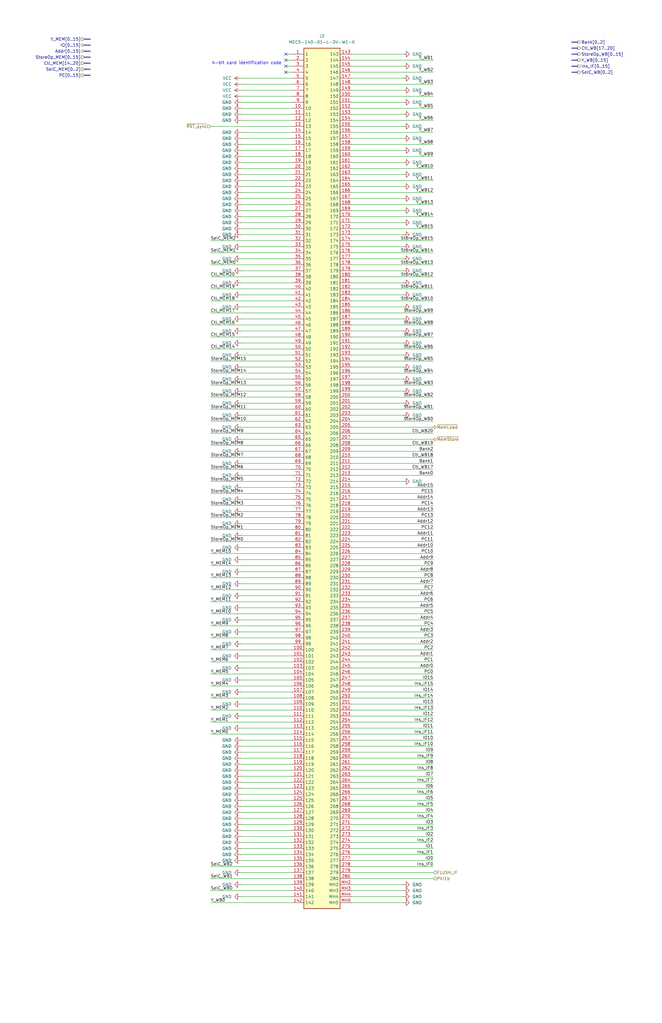
<source format=kicad_sch>
(kicad_sch (version 20250114) (generator "eeschema") (generator_version "9.0")
  (paper "USLedger" portrait)
  (title_block (date "2025-07-11") (rev "A"))
  (text "4-bit card identification code" (at 118.872 26.67 0) (effects (font (size 1.27 1.27)) (justify right)))
  (no_connect (at 120.65 22.86))
  (no_connect (at 120.65 25.4))
  (no_connect (at 120.65 30.48))
  (no_connect (at 120.65 27.94))
  (wire (pts (xy 182.88 276.86) (xy 148.59 276.86)))
  (wire (pts (xy 182.88 35.56) (xy 148.59 35.56)))
  (wire (pts (xy 88.9 218.44) (xy 123.19 218.44)))
  (wire (pts (xy 101.6 205.74) (xy 123.19 205.74)))
  (wire (pts (xy 88.9 177.8) (xy 123.19 177.8)))
  (bus (pts (xy 243.84 20.32) (xy 241.3 20.32)))
  (wire (pts (xy 182.88 157.48) (xy 148.59 157.48)))
  (wire (pts (xy 101.6 60.96) (xy 123.19 60.96)))
  (wire (pts (xy 88.9 238.76) (xy 123.19 238.76)))
  (wire (pts (xy 101.6 68.58) (xy 123.19 68.58)))
  (wire (pts (xy 182.88 185.42) (xy 148.59 185.42)))
  (wire (pts (xy 101.6 78.74) (xy 123.19 78.74)))
  (wire (pts (xy 101.6 307.34) (xy 123.19 307.34)))
  (wire (pts (xy 182.88 152.4) (xy 148.59 152.4)))
  (wire (pts (xy 101.6 40.64) (xy 123.19 40.64)))
  (wire (pts (xy 182.88 347.98) (xy 148.59 347.98)))
  (wire (pts (xy 182.88 360.68) (xy 148.59 360.68)))
  (wire (pts (xy 170.18 104.14) (xy 148.59 104.14)))
  (wire (pts (xy 120.65 30.48) (xy 123.19 30.48)))
  (wire (pts (xy 182.88 106.68) (xy 148.59 106.68)))
  (wire (pts (xy 182.88 96.52) (xy 148.59 96.52)))
  (wire (pts (xy 170.18 109.22) (xy 148.59 109.22)))
  (wire (pts (xy 182.88 322.58) (xy 148.59 322.58)))
  (wire (pts (xy 101.6 43.18) (xy 123.19 43.18)))
  (wire (pts (xy 170.18 33.02) (xy 148.59 33.02)))
  (wire (pts (xy 170.18 375.92) (xy 148.59 375.92)))
  (wire (pts (xy 182.88 304.8) (xy 148.59 304.8)))
  (wire (pts (xy 101.6 320.04) (xy 123.19 320.04)))
  (wire (pts (xy 182.88 314.96) (xy 148.59 314.96)))
  (wire (pts (xy 170.18 144.78) (xy 148.59 144.78)))
  (wire (pts (xy 101.6 335.28) (xy 123.19 335.28)))
  (wire (pts (xy 182.88 137.16) (xy 148.59 137.16)))
  (wire (pts (xy 182.88 200.66) (xy 148.59 200.66)))
  (wire (pts (xy 101.6 114.3) (xy 123.19 114.3)))
  (wire (pts (xy 101.6 200.66) (xy 123.19 200.66)))
  (bus (pts (xy 35.56 21.59) (xy 38.1 21.59)))
  (wire (pts (xy 101.6 325.12) (xy 123.19 325.12)))
  (wire (pts (xy 182.88 111.76) (xy 148.59 111.76)))
  (wire (pts (xy 182.88 368.3) (xy 148.59 368.3)))
  (wire (pts (xy 101.6 170.18) (xy 123.19 170.18)))
  (wire (pts (xy 170.18 58.42) (xy 148.59 58.42)))
  (wire (pts (xy 101.6 149.86) (xy 123.19 149.86)))
  (wire (pts (xy 182.88 213.36) (xy 148.59 213.36)))
  (wire (pts (xy 101.6 292.1) (xy 123.19 292.1)))
  (wire (pts (xy 170.18 83.82) (xy 148.59 83.82)))
  (wire (pts (xy 182.88 182.88) (xy 148.59 182.88)))
  (wire (pts (xy 182.88 309.88) (xy 148.59 309.88)))
  (wire (pts (xy 101.6 104.14) (xy 123.19 104.14)))
  (wire (pts (xy 182.88 187.96) (xy 148.59 187.96)))
  (wire (pts (xy 101.6 347.98) (xy 123.19 347.98)))
  (wire (pts (xy 101.6 48.26) (xy 123.19 48.26)))
  (wire (pts (xy 101.6 93.98) (xy 123.19 93.98)))
  (wire (pts (xy 182.88 81.28) (xy 148.59 81.28)))
  (wire (pts (xy 170.18 170.18) (xy 148.59 170.18)))
  (wire (pts (xy 182.88 251.46) (xy 148.59 251.46)))
  (wire (pts (xy 182.88 287.02) (xy 148.59 287.02)))
  (wire (pts (xy 101.6 210.82) (xy 123.19 210.82)))
  (wire (pts (xy 101.6 332.74) (xy 123.19 332.74)))
  (wire (pts (xy 88.9 147.32) (xy 123.19 147.32)))
  (wire (pts (xy 182.88 243.84) (xy 148.59 243.84)))
  (wire (pts (xy 170.18 99.06) (xy 148.59 99.06)))
  (wire (pts (xy 182.88 86.36) (xy 148.59 86.36)))
  (wire (pts (xy 101.6 368.3) (xy 123.19 368.3)))
  (wire (pts (xy 101.6 165.1) (xy 123.19 165.1)))
  (wire (pts (xy 101.6 96.52) (xy 123.19 96.52)))
  (wire (pts (xy 101.6 91.44) (xy 123.19 91.44)))
  (wire (pts (xy 182.88 353.06) (xy 148.59 353.06)))
  (wire (pts (xy 88.9 187.96) (xy 123.19 187.96)))
  (wire (pts (xy 88.9 53.34) (xy 123.19 53.34)))
  (wire (pts (xy 101.6 330.2) (xy 123.19 330.2)))
  (wire (pts (xy 101.6 287.02) (xy 123.19 287.02)))
  (wire (pts (xy 101.6 99.06) (xy 123.19 99.06)))
  (wire (pts (xy 170.18 149.86) (xy 148.59 149.86)))
  (wire (pts (xy 101.6 355.6) (xy 123.19 355.6)))
  (wire (pts (xy 88.9 203.2) (xy 123.19 203.2)))
  (wire (pts (xy 101.6 83.82) (xy 123.19 83.82)))
  (wire (pts (xy 101.6 302.26) (xy 123.19 302.26)))
  (wire (pts (xy 101.6 38.1) (xy 123.19 38.1)))
  (wire (pts (xy 101.6 353.06) (xy 123.19 353.06)))
  (wire (pts (xy 170.18 378.46) (xy 148.59 378.46)))
  (wire (pts (xy 101.6 119.38) (xy 123.19 119.38)))
  (wire (pts (xy 88.9 289.56) (xy 123.19 289.56)))
  (wire (pts (xy 182.88 363.22) (xy 148.59 363.22)))
  (bus (pts (xy 243.84 25.4) (xy 241.3 25.4)))
  (wire (pts (xy 101.6 86.36) (xy 123.19 86.36)))
  (wire (pts (xy 101.6 63.5) (xy 123.19 63.5)))
  (wire (pts (xy 170.18 119.38) (xy 148.59 119.38)))
  (wire (pts (xy 101.6 231.14) (xy 123.19 231.14)))
  (wire (pts (xy 88.9 106.68) (xy 123.19 106.68)))
  (wire (pts (xy 182.88 55.88) (xy 148.59 55.88)))
  (wire (pts (xy 101.6 360.68) (xy 123.19 360.68)))
  (wire (pts (xy 182.88 215.9) (xy 148.59 215.9)))
  (wire (pts (xy 182.88 246.38) (xy 148.59 246.38)))
  (wire (pts (xy 88.9 309.88) (xy 123.19 309.88)))
  (wire (pts (xy 88.9 274.32) (xy 123.19 274.32)))
  (wire (pts (xy 88.9 142.24) (xy 123.19 142.24)))
  (wire (pts (xy 88.9 381) (xy 123.19 381)))
  (wire (pts (xy 182.88 30.48) (xy 148.59 30.48)))
  (wire (pts (xy 182.88 266.7) (xy 148.59 266.7)))
  (wire (pts (xy 88.9 370.84) (xy 123.19 370.84)))
  (wire (pts (xy 182.88 307.34) (xy 148.59 307.34)))
  (wire (pts (xy 182.88 40.64) (xy 148.59 40.64)))
  (wire (pts (xy 182.88 358.14) (xy 148.59 358.14)))
  (wire (pts (xy 182.88 330.2) (xy 148.59 330.2)))
  (bus (pts (xy 35.56 24.13) (xy 38.1 24.13)))
  (wire (pts (xy 170.18 129.54) (xy 148.59 129.54)))
  (bus (pts (xy 35.56 26.67) (xy 38.1 26.67)))
  (wire (pts (xy 182.88 147.32) (xy 148.59 147.32)))
  (wire (pts (xy 170.18 48.26) (xy 148.59 48.26)))
  (wire (pts (xy 182.88 231.14) (xy 148.59 231.14)))
  (wire (pts (xy 101.6 246.38) (xy 123.19 246.38)))
  (wire (pts (xy 182.88 261.62) (xy 148.59 261.62)))
  (wire (pts (xy 88.9 304.8) (xy 123.19 304.8)))
  (wire (pts (xy 101.6 215.9) (xy 123.19 215.9)))
  (wire (pts (xy 170.18 160.02) (xy 148.59 160.02)))
  (wire (pts (xy 182.88 355.6) (xy 148.59 355.6)))
  (wire (pts (xy 170.18 203.2) (xy 148.59 203.2)))
  (wire (pts (xy 120.65 27.94) (xy 123.19 27.94)))
  (wire (pts (xy 88.9 152.4) (xy 123.19 152.4)))
  (wire (pts (xy 182.88 198.12) (xy 148.59 198.12)))
  (wire (pts (xy 101.6 144.78) (xy 123.19 144.78)))
  (wire (pts (xy 170.18 78.74) (xy 148.59 78.74)))
  (wire (pts (xy 182.88 340.36) (xy 148.59 340.36)))
  (bus (pts (xy 35.56 31.75) (xy 38.1 31.75)))
  (wire (pts (xy 170.18 175.26) (xy 148.59 175.26)))
  (wire (pts (xy 170.18 53.34) (xy 148.59 53.34)))
  (wire (pts (xy 88.9 299.72) (xy 123.19 299.72)))
  (wire (pts (xy 101.6 373.38) (xy 123.19 373.38)))
  (wire (pts (xy 182.88 289.56) (xy 148.59 289.56)))
  (wire (pts (xy 182.88 66.04) (xy 148.59 66.04)))
  (wire (pts (xy 182.88 180.34) (xy 148.59 180.34)))
  (wire (pts (xy 182.88 337.82) (xy 148.59 337.82)))
  (wire (pts (xy 182.88 236.22) (xy 148.59 236.22)))
  (wire (pts (xy 120.65 25.4) (xy 123.19 25.4)))
  (wire (pts (xy 182.88 294.64) (xy 148.59 294.64)))
  (wire (pts (xy 101.6 342.9) (xy 123.19 342.9)))
  (wire (pts (xy 182.88 345.44) (xy 148.59 345.44)))
  (wire (pts (xy 182.88 193.04) (xy 148.59 193.04)))
  (wire (pts (xy 182.88 320.04) (xy 148.59 320.04)))
  (bus (pts (xy 35.56 29.21) (xy 38.1 29.21)))
  (wire (pts (xy 101.6 190.5) (xy 123.19 190.5)))
  (wire (pts (xy 182.88 259.08) (xy 148.59 259.08)))
  (bus (pts (xy 35.56 16.51) (xy 38.1 16.51)))
  (wire (pts (xy 101.6 327.66) (xy 123.19 327.66)))
  (wire (pts (xy 170.18 63.5) (xy 148.59 63.5)))
  (wire (pts (xy 88.9 365.76) (xy 123.19 365.76)))
  (wire (pts (xy 182.88 281.94) (xy 148.59 281.94)))
  (wire (pts (xy 170.18 43.18) (xy 148.59 43.18)))
  (wire (pts (xy 182.88 101.6) (xy 148.59 101.6)))
  (wire (pts (xy 101.6 33.02) (xy 123.19 33.02)))
  (wire (pts (xy 101.6 160.02) (xy 123.19 160.02)))
  (wire (pts (xy 101.6 256.54) (xy 123.19 256.54)))
  (wire (pts (xy 88.9 259.08) (xy 123.19 259.08)))
  (wire (pts (xy 170.18 73.66) (xy 148.59 73.66)))
  (wire (pts (xy 182.88 162.56) (xy 148.59 162.56)))
  (wire (pts (xy 88.9 172.72) (xy 123.19 172.72)))
  (wire (pts (xy 101.6 363.22) (xy 123.19 363.22)))
  (wire (pts (xy 182.88 238.76) (xy 148.59 238.76)))
  (wire (pts (xy 182.88 350.52) (xy 148.59 350.52)))
  (wire (pts (xy 182.88 370.84) (xy 148.59 370.84)))
  (wire (pts (xy 182.88 332.74) (xy 148.59 332.74)))
  (wire (pts (xy 170.18 134.62) (xy 148.59 134.62)))
  (bus (pts (xy 243.84 30.48) (xy 241.3 30.48)))
  (wire (pts (xy 182.88 50.8) (xy 148.59 50.8)))
  (bus (pts (xy 243.84 17.78) (xy 241.3 17.78)))
  (wire (pts (xy 88.9 284.48) (xy 123.19 284.48)))
  (wire (pts (xy 88.9 294.64) (xy 123.19 294.64)))
  (wire (pts (xy 88.9 157.48) (xy 123.19 157.48)))
  (bus (pts (xy 35.56 19.05) (xy 38.1 19.05)))
  (wire (pts (xy 101.6 88.9) (xy 123.19 88.9)))
  (wire (pts (xy 182.88 269.24) (xy 148.59 269.24)))
  (wire (pts (xy 182.88 317.5) (xy 148.59 317.5)))
  (wire (pts (xy 182.88 127) (xy 148.59 127)))
  (wire (pts (xy 170.18 22.86) (xy 148.59 22.86)))
  (wire (pts (xy 88.9 162.56) (xy 123.19 162.56)))
  (wire (pts (xy 88.9 279.4) (xy 123.19 279.4)))
  (wire (pts (xy 170.18 68.58) (xy 148.59 68.58)))
  (wire (pts (xy 182.88 342.9) (xy 148.59 342.9)))
  (wire (pts (xy 88.9 233.68) (xy 123.19 233.68)))
  (wire (pts (xy 182.88 312.42) (xy 148.59 312.42)))
  (wire (pts (xy 182.88 254) (xy 148.59 254)))
  (wire (pts (xy 170.18 124.46) (xy 148.59 124.46)))
  (wire (pts (xy 88.9 193.04) (xy 123.19 193.04)))
  (wire (pts (xy 182.88 91.44) (xy 148.59 91.44)))
  (wire (pts (xy 182.88 223.52) (xy 148.59 223.52)))
  (wire (pts (xy 182.88 279.4) (xy 148.59 279.4)))
  (wire (pts (xy 101.6 109.22) (xy 123.19 109.22)))
  (wire (pts (xy 170.18 165.1) (xy 148.59 165.1)))
  (wire (pts (xy 182.88 297.18) (xy 148.59 297.18)))
  (wire (pts (xy 88.9 248.92) (xy 123.19 248.92)))
  (wire (pts (xy 182.88 142.24) (xy 148.59 142.24)))
  (wire (pts (xy 88.9 132.08) (xy 123.19 132.08)))
  (wire (pts (xy 101.6 139.7) (xy 123.19 139.7)))
  (wire (pts (xy 182.88 248.92) (xy 148.59 248.92)))
  (wire (pts (xy 101.6 45.72) (xy 123.19 45.72)))
  (wire (pts (xy 101.6 345.44) (xy 123.19 345.44)))
  (wire (pts (xy 88.9 116.84) (xy 123.19 116.84)))
  (wire (pts (xy 170.18 114.3) (xy 148.59 114.3)))
  (wire (pts (xy 101.6 175.26) (xy 123.19 175.26)))
  (wire (pts (xy 101.6 251.46) (xy 123.19 251.46)))
  (wire (pts (xy 101.6 358.14) (xy 123.19 358.14)))
  (wire (pts (xy 182.88 190.5) (xy 148.59 190.5)))
  (wire (pts (xy 101.6 76.2) (xy 123.19 76.2)))
  (wire (pts (xy 101.6 66.04) (xy 123.19 66.04)))
  (bus (pts (xy 243.84 22.86) (xy 241.3 22.86)))
  (wire (pts (xy 101.6 276.86) (xy 123.19 276.86)))
  (wire (pts (xy 182.88 208.28) (xy 148.59 208.28)))
  (wire (pts (xy 182.88 335.28) (xy 148.59 335.28)))
  (wire (pts (xy 182.88 365.76) (xy 148.59 365.76)))
  (wire (pts (xy 88.9 243.84) (xy 123.19 243.84)))
  (wire (pts (xy 101.6 154.94) (xy 123.19 154.94)))
  (wire (pts (xy 182.88 284.48) (xy 148.59 284.48)))
  (wire (pts (xy 101.6 271.78) (xy 123.19 271.78)))
  (wire (pts (xy 182.88 256.54) (xy 148.59 256.54)))
  (wire (pts (xy 88.9 137.16) (xy 123.19 137.16)))
  (wire (pts (xy 101.6 266.7) (xy 123.19 266.7)))
  (wire (pts (xy 182.88 327.66) (xy 148.59 327.66)))
  (wire (pts (xy 88.9 213.36) (xy 123.19 213.36)))
  (wire (pts (xy 101.6 71.12) (xy 123.19 71.12)))
  (wire (pts (xy 101.6 337.82) (xy 123.19 337.82)))
  (wire (pts (xy 182.88 76.2) (xy 148.59 76.2)))
  (wire (pts (xy 182.88 228.6) (xy 148.59 228.6)))
  (wire (pts (xy 88.9 167.64) (xy 123.19 167.64)))
  (wire (pts (xy 182.88 121.92) (xy 148.59 121.92)))
  (wire (pts (xy 88.9 182.88) (xy 123.19 182.88)))
  (wire (pts (xy 170.18 373.38) (xy 148.59 373.38)))
  (wire (pts (xy 88.9 198.12) (xy 123.19 198.12)))
  (wire (pts (xy 170.18 27.94) (xy 148.59 27.94)))
  (wire (pts (xy 101.6 124.46) (xy 123.19 124.46)))
  (wire (pts (xy 182.88 45.72) (xy 148.59 45.72)))
  (wire (pts (xy 182.88 271.78) (xy 148.59 271.78)))
  (wire (pts (xy 101.6 317.5) (xy 123.19 317.5)))
  (wire (pts (xy 182.88 71.12) (xy 148.59 71.12)))
  (wire (pts (xy 170.18 154.94) (xy 148.59 154.94)))
  (wire (pts (xy 101.6 378.46) (xy 123.19 378.46)))
  (wire (pts (xy 182.88 132.08) (xy 148.59 132.08)))
  (wire (pts (xy 182.88 210.82) (xy 148.59 210.82)))
  (wire (pts (xy 182.88 233.68) (xy 148.59 233.68)))
  (wire (pts (xy 88.9 121.92) (xy 123.19 121.92)))
  (wire (pts (xy 101.6 322.58) (xy 123.19 322.58)))
  (wire (pts (xy 101.6 185.42) (xy 123.19 185.42)))
  (wire (pts (xy 182.88 116.84) (xy 148.59 116.84)))
  (wire (pts (xy 101.6 281.94) (xy 123.19 281.94)))
  (wire (pts (xy 170.18 93.98) (xy 148.59 93.98)))
  (wire (pts (xy 182.88 299.72) (xy 148.59 299.72)))
  (wire (pts (xy 101.6 297.18) (xy 123.19 297.18)))
  (wire (pts (xy 170.18 88.9) (xy 148.59 88.9)))
  (wire (pts (xy 182.88 218.44) (xy 148.59 218.44)))
  (wire (pts (xy 101.6 241.3) (xy 123.19 241.3)))
  (wire (pts (xy 88.9 228.6) (xy 123.19 228.6)))
  (wire (pts (xy 182.88 177.8) (xy 148.59 177.8)))
  (wire (pts (xy 88.9 101.6) (xy 123.19 101.6)))
  (wire (pts (xy 182.88 264.16) (xy 148.59 264.16)))
  (wire (pts (xy 182.88 325.12) (xy 148.59 325.12)))
  (wire (pts (xy 101.6 314.96) (xy 123.19 314.96)))
  (wire (pts (xy 101.6 312.42) (xy 123.19 312.42)))
  (wire (pts (xy 101.6 50.8) (xy 123.19 50.8)))
  (wire (pts (xy 182.88 60.96) (xy 148.59 60.96)))
  (wire (pts (xy 182.88 220.98) (xy 148.59 220.98)))
  (wire (pts (xy 101.6 350.52) (xy 123.19 350.52)))
  (wire (pts (xy 88.9 127) (xy 123.19 127)))
  (wire (pts (xy 88.9 111.76) (xy 123.19 111.76)))
  (wire (pts (xy 101.6 129.54) (xy 123.19 129.54)))
  (wire (pts (xy 101.6 58.42) (xy 123.19 58.42)))
  (wire (pts (xy 182.88 172.72) (xy 148.59 172.72)))
  (wire (pts (xy 101.6 226.06) (xy 123.19 226.06)))
  (wire (pts (xy 170.18 381) (xy 148.59 381)))
  (wire (pts (xy 170.18 38.1) (xy 148.59 38.1)))
  (wire (pts (xy 182.88 302.26) (xy 148.59 302.26)))
  (wire (pts (xy 88.9 208.28) (xy 123.19 208.28)))
  (wire (pts (xy 120.65 22.86) (xy 123.19 22.86)))
  (wire (pts (xy 101.6 81.28) (xy 123.19 81.28)))
  (wire (pts (xy 182.88 195.58) (xy 148.59 195.58)))
  (wire (pts (xy 101.6 340.36) (xy 123.19 340.36)))
  (wire (pts (xy 182.88 241.3) (xy 148.59 241.3)))
  (wire (pts (xy 182.88 274.32) (xy 148.59 274.32)))
  (wire (pts (xy 182.88 226.06) (xy 148.59 226.06)))
  (wire (pts (xy 182.88 292.1) (xy 148.59 292.1)))
  (wire (pts (xy 101.6 55.88) (xy 123.19 55.88)))
  (wire (pts (xy 101.6 35.56) (xy 123.19 35.56)))
  (wire (pts (xy 170.18 139.7) (xy 148.59 139.7)))
  (wire (pts (xy 101.6 261.62) (xy 123.19 261.62)))
  (wire (pts (xy 101.6 73.66) (xy 123.19 73.66)))
  (wire (pts (xy 101.6 195.58) (xy 123.19 195.58)))
  (wire (pts (xy 88.9 264.16) (xy 123.19 264.16)))
  (wire (pts (xy 88.9 254) (xy 123.19 254)))
  (wire (pts (xy 182.88 205.74) (xy 148.59 205.74)))
  (wire (pts (xy 101.6 236.22) (xy 123.19 236.22)))
  (wire (pts (xy 88.9 375.92) (xy 123.19 375.92)))
  (wire (pts (xy 101.6 134.62) (xy 123.19 134.62)))
  (bus (pts (xy 243.84 27.94) (xy 241.3 27.94)))
  (wire (pts (xy 182.88 25.4) (xy 148.59 25.4)))
  (wire (pts (xy 88.9 223.52) (xy 123.19 223.52)))
  (wire (pts (xy 101.6 220.98) (xy 123.19 220.98)))
  (wire (pts (xy 182.88 167.64) (xy 148.59 167.64)))
  (wire (pts (xy 88.9 269.24) (xy 123.19 269.24)))
  (wire (pts (xy 101.6 180.34) (xy 123.19 180.34)))
  (label "StoreOp_MEM11" (at 88.9 172.72 0))
  (label "StoreOp_MEM15" (at 88.9 152.4 0))
  (label "Ctl_WB20" (at 182.88 182.88 180))
  (label "Y_WB9" (at 182.88 66.04 180))
  (label "Y_WB8" (at 182.88 60.96 180))
  (label "Y_WB15" (at 182.88 96.52 180))
  (label "StoreOp_WB4" (at 182.88 157.48 180))
  (label "Y_MEM8" (at 88.9 269.24 0))
  (label "StoreOp_MEM1" (at 88.9 223.52 0))
  (label "PC3" (at 182.88 269.24 180))
  (label "StoreOp_WB3" (at 182.88 162.56 180))
  (label "Addr8" (at 182.88 241.3 180))
  (label "Ins_IF13" (at 182.88 299.72 180))
  (label "Addr13" (at 182.88 215.9 180))
  (label "Addr14" (at 182.88 210.82 180))
  (label "Ins_IF11" (at 182.88 309.88 180))
  (label "Ins_IF2" (at 182.88 355.6 180))
  (label "StoreOp_WB12" (at 182.88 116.84 180))
  (label "Addr6" (at 182.88 251.46 180))
  (label "Y_MEM6" (at 88.9 279.4 0))
  (label "StoreOp_WB5" (at 182.88 152.4 180))
  (label "Bank2" (at 182.88 190.5 180))
  (label "Ctl_WB17" (at 182.88 198.12 180))
  (label "IO2" (at 182.88 353.06 180))
  (label "IO0" (at 182.88 363.22 180))
  (label "PC8" (at 182.88 243.84 180))
  (label "StoreOp_MEM3" (at 88.9 213.36 0))
  (label "IO3" (at 182.88 347.98 180))
  (label "Ins_IF9" (at 182.88 320.04 180))
  (label "IO1" (at 182.88 358.14 180))
  (label "IO10" (at 182.88 312.42 180))
  (label "Ins_IF5" (at 182.88 340.36 180))
  (label "StoreOp_MEM0" (at 88.9 228.6 0))
  (label "StoreOp_WB11" (at 182.88 121.92 180))
  (label "IO8" (at 182.88 322.58 180))
  (label "StoreOp_MEM5" (at 88.9 203.2 0))
  (label "Y_WB1" (at 182.88 25.4 180))
  (label "StoreOp_MEM10" (at 88.9 177.8 0))
  (label "Ctl_MEM14" (at 88.9 147.32 0))
  (label "StoreOp_MEM4" (at 88.9 208.28 0))
  (label "Y_WB6" (at 182.88 50.8 180))
  (label "StoreOp_WB1" (at 182.88 172.72 180))
  (label "SelC_MEM0" (at 88.9 111.76 0))
  (label "IO12" (at 182.88 302.26 180))
  (label "StoreOp_MEM2" (at 88.9 218.44 0))
  (label "SelC_MEM2" (at 88.9 101.6 0))
  (label "Addr7" (at 182.88 246.38 180))
  (label "PC12" (at 182.88 223.52 180))
  (label "PC1" (at 182.88 279.4 180))
  (label "Y_WB5" (at 182.88 45.72 180))
  (label "Y_WB4" (at 182.88 40.64 180))
  (label "PC2" (at 182.88 274.32 180))
  (label "Y_MEM7" (at 88.9 274.32 0))
  (label "Addr12" (at 182.88 220.98 180))
  (label "Ins_IF7" (at 182.88 330.2 180))
  (label "Y_WB12" (at 182.88 81.28 180))
  (label "IO9" (at 182.88 317.5 180))
  (label "Y_WB10" (at 182.88 71.12 180))
  (label "Y_WB0" (at 88.9 381 0))
  (label "PC13" (at 182.88 218.44 180))
  (label "PC10" (at 182.88 233.68 180))
  (label "Y_MEM1" (at 88.9 304.8 0))
  (label "StoreOp_WB6" (at 182.88 147.32 180))
  (label "Addr5" (at 182.88 256.54 180))
  (label "Y_MEM3" (at 88.9 294.64 0))
  (label "Y_MEM15" (at 88.9 233.68 0))
  (label "PC7" (at 182.88 248.92 180))
  (label "Ctl_MEM20" (at 88.9 116.84 0))
  (label "Ins_IF14" (at 182.88 294.64 180))
  (label "Addr3" (at 182.88 266.7 180))
  (label "Ins_IF0" (at 182.88 365.76 180))
  (label "Addr11" (at 182.88 226.06 180))
  (label "Y_MEM10" (at 88.9 259.08 0))
  (label "Bank1" (at 182.88 195.58 180))
  (label "StoreOp_WB8" (at 182.88 137.16 180))
  (label "IO6" (at 182.88 332.74 180))
  (label "Y_MEM13" (at 88.9 243.84 0))
  (label "Y_WB14" (at 182.88 91.44 180))
  (label "Ctl_MEM16" (at 88.9 137.16 0))
  (label "Addr2" (at 182.88 271.78 180))
  (label "Ctl_MEM18" (at 88.9 127 0))
  (label "PC4" (at 182.88 264.16 180))
  (label "StoreOp_MEM9" (at 88.9 182.88 0))
  (label "StoreOp_MEM6" (at 88.9 198.12 0))
  (label "StoreOp_WB13" (at 182.88 111.76 180))
  (label "StoreOp_WB2" (at 182.88 167.64 180))
  (label "Y_WB2" (at 182.88 30.48 180))
  (label "Ins_IF15" (at 182.88 289.56 180))
  (label "StoreOp_WB7" (at 182.88 142.24 180))
  (label "IO11" (at 182.88 307.34 180))
  (label "StoreOp_MEM8" (at 88.9 187.96 0))
  (label "Y_WB3" (at 182.88 35.56 180))
  (label "StoreOp_WB15" (at 182.88 101.6 180))
  (label "PC0" (at 182.88 284.48 180))
  (label "Addr1" (at 182.88 276.86 180))
  (label "Y_WB7" (at 182.88 55.88 180))
  (label "Addr4" (at 182.88 261.62 180))
  (label "Ctl_MEM19" (at 88.9 121.92 0))
  (label "Ctl_MEM17" (at 88.9 132.08 0))
  (label "Y_WB11" (at 182.88 76.2 180))
  (label "Y_MEM2" (at 88.9 299.72 0))
  (label "Addr10" (at 182.88 231.14 180))
  (label "IO5" (at 182.88 337.82 180))
  (label "Bank0" (at 182.88 200.66 180))
  (label "Ins_IF4" (at 182.88 345.44 180))
  (label "Ins_IF8" (at 182.88 325.12 180))
  (label "StoreOp_MEM12" (at 88.9 167.64 0))
  (label "Y_MEM9" (at 88.9 264.16 0))
  (label "StoreOp_WB10" (at 182.88 127 180))
  (label "Y_MEM0" (at 88.9 309.88 0))
  (label "IO4" (at 182.88 342.9 180))
  (label "IO7" (at 182.88 327.66 180))
  (label "StoreOp_WB0" (at 182.88 177.8 180))
  (label "Y_MEM14" (at 88.9 238.76 0))
  (label "StoreOp_MEM14" (at 88.9 157.48 0))
  (label "Y_MEM5" (at 88.9 284.48 0))
  (label "Addr0" (at 182.88 281.94 180))
  (label "Addr15" (at 182.88 205.74 180))
  (label "Y_MEM4" (at 88.9 289.56 0))
  (label "Ctl_WB18" (at 182.88 193.04 180))
  (label "IO15" (at 182.88 287.02 180))
  (label "PC6" (at 182.88 254 180))
  (label "Y_WB13" (at 182.88 86.36 180))
  (label "SelC_WB2" (at 88.9 365.76 0))
  (label "Ins_IF10" (at 182.88 314.96 180))
  (label "StoreOp_MEM7" (at 88.9 193.04 0))
  (label "StoreOp_WB14" (at 182.88 106.68 180))
  (label "Y_MEM12" (at 88.9 248.92 0))
  (label "Ctl_WB19" (at 182.88 187.96 180))
  (label "PC5" (at 182.88 259.08 180))
  (label "Ins_IF1" (at 182.88 360.68 180))
  (label "StoreOp_WB9" (at 182.88 132.08 180))
  (label "PC11" (at 182.88 228.6 180))
  (label "Y_MEM11" (at 88.9 254 0))
  (label "Ctl_MEM15" (at 88.9 142.24 0))
  (label "SelC_MEM1" (at 88.9 106.68 0))
  (label "PC9" (at 182.88 238.76 180))
  (label "PC14" (at 182.88 213.36 180))
  (label "StoreOp_MEM13" (at 88.9 162.56 0))
  (label "Addr9" (at 182.88 236.22 180))
  (label "SelC_WB0" (at 88.9 375.92 0))
  (label "PC15" (at 182.88 208.28 180))
  (label "Ins_IF12" (at 182.88 304.8 180))
  (label "IO13" (at 182.88 297.18 180))
  (label "IO14" (at 182.88 292.1 180))
  (label "SelC_WB1" (at 88.9 370.84 0))
  (label "Ins_IF3" (at 182.88 350.52 180))
  (label "Ins_IF6" (at 182.88 335.28 180))
  (hierarchical_label "Ins_IF[0..15]" (shape output) (at 243.84 27.94 0))
  (hierarchical_label "StoreOp_MEM[0..15]" (shape input) (at 35.56 24.13 180))
  (hierarchical_label "StoreOp_WB[0..15]" (shape output) (at 243.84 22.86 0))
  (hierarchical_label "Phi1b" (shape input) (at 182.88 370.84 0))
  (hierarchical_label "PC[0..15]" (shape input) (at 35.56 31.75 180))
  (hierarchical_label "Bank[0..2]" (shape output) (at 243.84 17.78 0))
  (hierarchical_label "SelC_WB[0..2]" (shape output) (at 243.84 30.48 0))
  (hierarchical_label "Ctl_WB[17..20]" (shape output) (at 243.84 20.32 0))
  (hierarchical_label "~{MemLoad}" (shape tri_state) (at 182.88 180.34 0))
  (hierarchical_label "IO[0..15]" (shape tri_state) (at 35.56 19.05 180))
  (hierarchical_label "Y_MEM[0..15]" (shape input) (at 35.56 16.51 180))
  (hierarchical_label "Addr[0..15]" (shape tri_state) (at 35.56 21.59 180))
  (hierarchical_label "~{RST_sync}" (shape input) (at 88.9 53.34 180))
  (hierarchical_label "Ctl_MEM[14..20]" (shape input) (at 35.56 26.67 180))
  (hierarchical_label "Y_WB[0..15]" (shape output) (at 243.84 25.4 0))
  (hierarchical_label "~{MemStore}" (shape tri_state) (at 182.88 185.42 0))
  (hierarchical_label "FLUSH_IF" (shape input) (at 182.88 368.3 0))
  (hierarchical_label "SelC_MEM[0..2]" (shape input) (at 35.56 29.21 180))
  (symbol (lib_id "power:GND") (at 101.6 114.3 270) (unit 1)
    (property "Reference" "#PWR0562" (effects (hide yes)))
    (property "Value" "GND" (at 97.79 114.2999 90) (effects (justify right)))
    (property "Description" "Power symbol creates a global label with name \"GND\" , ground" (effects (hide yes)))
  )
  (symbol (lib_id "power:GND") (at 101.6 71.12 270) (unit 1)
    (property "Reference" "#PWR0626" (effects (hide yes)))
    (property "Value" "GND" (at 97.79 71.1199 90) (effects (justify right)))
    (property "Description" "Power symbol creates a global label with name \"GND\" , ground" (effects (hide yes)))
  )
  (symbol (lib_id "power:GND") (at 101.6 210.82 270) (unit 1)
    (property "Reference" "#PWR0581" (effects (hide yes)))
    (property "Value" "GND" (at 97.79 210.8199 90) (effects (justify right)))
    (property "Description" "Power symbol creates a global label with name \"GND\" , ground" (effects (hide yes)))
  )
  (symbol (lib_id "power:GND") (at 101.6 215.9 270) (unit 1)
    (property "Reference" "#PWR0582" (effects (hide yes)))
    (property "Value" "GND" (at 97.79 215.8999 90) (effects (justify right)))
    (property "Description" "Power symbol creates a global label with name \"GND\" , ground" (effects (hide yes)))
  )
  (symbol (lib_id "power:GND") (at 101.6 200.66 270) (unit 1)
    (property "Reference" "#PWR0579" (effects (hide yes)))
    (property "Value" "GND" (at 97.79 200.6599 90) (effects (justify right)))
    (property "Description" "Power symbol creates a global label with name \"GND\" , ground" (effects (hide yes)))
  )
  (symbol (lib_id "power:GND") (at 101.6 91.44 270) (unit 1)
    (property "Reference" "#PWR0634" (effects (hide yes)))
    (property "Value" "GND" (at 97.79 91.4399 90) (effects (justify right)))
    (property "Description" "Power symbol creates a global label with name \"GND\" , ground" (effects (hide yes)))
  )
  (symbol (lib_id "power:GND") (at 170.18 99.06 90) (mirror x) (unit 1)
    (property "Reference" "#PWR0542" (effects (hide yes)))
    (property "Value" "GND" (at 173.99 99.0599 90) (effects (justify right)))
    (property "Description" "Power symbol creates a global label with name \"GND\" , ground" (effects (hide yes)))
  )
  (symbol (lib_id "power:GND") (at 101.6 149.86 270) (unit 1)
    (property "Reference" "#PWR0569" (effects (hide yes)))
    (property "Value" "GND" (at 97.79 149.8599 90) (effects (justify right)))
    (property "Description" "Power symbol creates a global label with name \"GND\" , ground" (effects (hide yes)))
  )
  (symbol (lib_id "power:GND") (at 101.6 185.42 270) (unit 1)
    (property "Reference" "#PWR0576" (effects (hide yes)))
    (property "Value" "GND" (at 97.79 185.4199 90) (effects (justify right)))
    (property "Description" "Power symbol creates a global label with name \"GND\" , ground" (effects (hide yes)))
  )
  (symbol (lib_id "power:GND") (at 101.6 320.04 270) (unit 1)
    (property "Reference" "#PWR0616" (effects (hide yes)))
    (property "Value" "GND" (at 97.79 320.0399 90) (effects (justify right)))
    (property "Description" "Power symbol creates a global label with name \"GND\" , ground" (effects (hide yes)))
  )
  (symbol (lib_id "power:GND") (at 101.6 109.22 270) (unit 1)
    (property "Reference" "#PWR0561" (effects (hide yes)))
    (property "Value" "GND" (at 97.79 109.2199 90) (effects (justify right)))
    (property "Description" "Power symbol creates a global label with name \"GND\" , ground" (effects (hide yes)))
  )
  (symbol (lib_id "power:GND") (at 170.18 58.42 90) (mirror x) (unit 1)
    (property "Reference" "#PWR0532" (effects (hide yes)))
    (property "Value" "GND" (at 173.99 58.4199 90) (effects (justify right)))
    (property "Description" "Power symbol creates a global label with name \"GND\" , ground" (effects (hide yes)))
  )
  (symbol (lib_id "power:GND") (at 170.18 381 90) (mirror x) (unit 1)
    (property "Reference" "#PWR0538" (effects (hide yes)))
    (property "Value" "GND" (at 173.99 380.9999 90) (effects (justify right)))
    (property "Description" "Power symbol creates a global label with name \"GND\" , ground" (effects (hide yes)))
  )
  (symbol (lib_id "power:GND") (at 101.6 335.28 270) (unit 1)
    (property "Reference" "#PWR0619" (effects (hide yes)))
    (property "Value" "GND" (at 97.79 335.2799 90) (effects (justify right)))
    (property "Description" "Power symbol creates a global label with name \"GND\" , ground" (effects (hide yes)))
  )
  (symbol (lib_id "power:GND") (at 101.6 134.62 270) (unit 1)
    (property "Reference" "#PWR0566" (effects (hide yes)))
    (property "Value" "GND" (at 97.79 134.6199 90) (effects (justify right)))
    (property "Description" "Power symbol creates a global label with name \"GND\" , ground" (effects (hide yes)))
  )
  (symbol (lib_id "power:GND") (at 170.18 373.38 90) (mirror x) (unit 1)
    (property "Reference" "#PWR057" (effects (hide yes)))
    (property "Value" "GND" (at 173.99 373.3799 90) (effects (justify right)))
    (property "Description" "Power symbol creates a global label with name \"GND\" , ground" (effects (hide yes)))
  )
  (symbol (lib_id "power:GND") (at 101.6 256.54 270) (unit 1)
    (property "Reference" "#PWR0590" (effects (hide yes)))
    (property "Value" "GND" (at 97.79 256.5399 90) (effects (justify right)))
    (property "Description" "Power symbol creates a global label with name \"GND\" , ground" (effects (hide yes)))
  )
  (symbol (lib_id "power:GND") (at 101.6 190.5 270) (unit 1)
    (property "Reference" "#PWR0577" (effects (hide yes)))
    (property "Value" "GND" (at 97.79 190.4999 90) (effects (justify right)))
    (property "Description" "Power symbol creates a global label with name \"GND\" , ground" (effects (hide yes)))
  )
  (symbol (lib_id "power:GND") (at 101.6 287.02 270) (unit 1)
    (property "Reference" "#PWR0596" (effects (hide yes)))
    (property "Value" "GND" (at 97.79 287.0199 90) (effects (justify right)))
    (property "Description" "Power symbol creates a global label with name \"GND\" , ground" (effects (hide yes)))
  )
  (symbol (lib_id "power:GND") (at 101.6 345.44 270) (unit 1)
    (property "Reference" "#PWR0621" (effects (hide yes)))
    (property "Value" "GND" (at 97.79 345.4399 90) (effects (justify right)))
    (property "Description" "Power symbol creates a global label with name \"GND\" , ground" (effects (hide yes)))
  )
  (symbol (lib_id "power:GND") (at 101.6 342.9 270) (unit 1)
    (property "Reference" "#PWR0607" (effects (hide yes)))
    (property "Value" "GND" (at 97.79 342.8999 90) (effects (justify right)))
    (property "Description" "Power symbol creates a global label with name \"GND\" , ground" (effects (hide yes)))
  )
  (symbol (lib_id "power:GND") (at 101.6 99.06 270) (unit 1)
    (property "Reference" "#PWR0559" (effects (hide yes)))
    (property "Value" "GND" (at 97.79 99.0599 90) (effects (justify right)))
    (property "Description" "Power symbol creates a global label with name \"GND\" , ground" (effects (hide yes)))
  )
  (symbol (lib_id "power:GND") (at 170.18 43.18 90) (mirror x) (unit 1)
    (property "Reference" "#PWR0529" (effects (hide yes)))
    (property "Value" "GND" (at 173.99 43.1799 90) (effects (justify right)))
    (property "Description" "Power symbol creates a global label with name \"GND\" , ground" (effects (hide yes)))
  )
  (symbol (lib_id "power:GND") (at 101.6 104.14 270) (unit 1)
    (property "Reference" "#PWR0560" (effects (hide yes)))
    (property "Value" "GND" (at 97.79 104.1399 90) (effects (justify right)))
    (property "Description" "Power symbol creates a global label with name \"GND\" , ground" (effects (hide yes)))
  )
  (symbol (lib_id "power:GND") (at 170.18 53.34 90) (mirror x) (unit 1)
    (property "Reference" "#PWR0531" (effects (hide yes)))
    (property "Value" "GND" (at 173.99 53.3399 90) (effects (justify right)))
    (property "Description" "Power symbol creates a global label with name \"GND\" , ground" (effects (hide yes)))
  )
  (symbol (lib_id "power:GND") (at 101.6 340.36 270) (unit 1)
    (property "Reference" "#PWR0620" (effects (hide yes)))
    (property "Value" "GND" (at 97.79 340.3599 90) (effects (justify right)))
    (property "Description" "Power symbol creates a global label with name \"GND\" , ground" (effects (hide yes)))
  )
  (symbol (lib_id "power:GND") (at 170.18 93.98 90) (mirror x) (unit 1)
    (property "Reference" "#PWR0541" (effects (hide yes)))
    (property "Value" "GND" (at 173.99 93.9799 90) (effects (justify right)))
    (property "Description" "Power symbol creates a global label with name \"GND\" , ground" (effects (hide yes)))
  )
  (symbol (lib_id "power:GND") (at 170.18 154.94 90) (mirror x) (unit 1)
    (property "Reference" "#PWR0553" (effects (hide yes)))
    (property "Value" "GND" (at 173.99 154.9399 90) (effects (justify right)))
    (property "Description" "Power symbol creates a global label with name \"GND\" , ground" (effects (hide yes)))
  )
  (symbol (lib_id "power:GND") (at 170.18 104.14 90) (mirror x) (unit 1)
    (property "Reference" "#PWR0543" (effects (hide yes)))
    (property "Value" "GND" (at 173.99 104.1399 90) (effects (justify right)))
    (property "Description" "Power symbol creates a global label with name \"GND\" , ground" (effects (hide yes)))
  )
  (symbol (lib_id "power:GND") (at 101.6 251.46 270) (unit 1)
    (property "Reference" "#PWR0589" (effects (hide yes)))
    (property "Value" "GND" (at 97.79 251.4599 90) (effects (justify right)))
    (property "Description" "Power symbol creates a global label with name \"GND\" , ground" (effects (hide yes)))
  )
  (symbol (lib_id "power:GND") (at 101.6 175.26 270) (unit 1)
    (property "Reference" "#PWR0574" (effects (hide yes)))
    (property "Value" "GND" (at 97.79 175.2599 90) (effects (justify right)))
    (property "Description" "Power symbol creates a global label with name \"GND\" , ground" (effects (hide yes)))
  )
  (symbol (lib_id "power:GND") (at 101.6 124.46 270) (unit 1)
    (property "Reference" "#PWR0564" (effects (hide yes)))
    (property "Value" "GND" (at 97.79 124.4599 90) (effects (justify right)))
    (property "Description" "Power symbol creates a global label with name \"GND\" , ground" (effects (hide yes)))
  )
  (symbol (lib_id "power:GND") (at 101.6 355.6 270) (unit 1)
    (property "Reference" "#PWR0623" (effects (hide yes)))
    (property "Value" "GND" (at 97.79 355.5999 90) (effects (justify right)))
    (property "Description" "Power symbol creates a global label with name \"GND\" , ground" (effects (hide yes)))
  )
  (symbol (lib_id "power:GND") (at 170.18 139.7 90) (mirror x) (unit 1)
    (property "Reference" "#PWR0550" (effects (hide yes)))
    (property "Value" "GND" (at 173.99 139.6999 90) (effects (justify right)))
    (property "Description" "Power symbol creates a global label with name \"GND\" , ground" (effects (hide yes)))
  )
  (symbol (lib_id "power:GND") (at 170.18 160.02 90) (mirror x) (unit 1)
    (property "Reference" "#PWR0554" (effects (hide yes)))
    (property "Value" "GND" (at 173.99 160.0199 90) (effects (justify right)))
    (property "Description" "Power symbol creates a global label with name \"GND\" , ground" (effects (hide yes)))
  )
  (symbol (lib_id "power:GND") (at 101.6 302.26 270) (unit 1)
    (property "Reference" "#PWR0599" (effects (hide yes)))
    (property "Value" "GND" (at 97.79 302.2599 90) (effects (justify right)))
    (property "Description" "Power symbol creates a global label with name \"GND\" , ground" (effects (hide yes)))
  )
  (symbol (lib_id "power:GND") (at 101.6 55.88 270) (unit 1)
    (property "Reference" "#PWR01186" (effects (hide yes)))
    (property "Value" "GND" (at 97.79 55.8799 90) (effects (justify right)))
    (property "Description" "Power symbol creates a global label with name \"GND\" , ground" (effects (hide yes)))
  )
  (symbol (lib_id "power:GND") (at 101.6 48.26 270) (unit 1)
    (property "Reference" "#PWR015" (effects (hide yes)))
    (property "Value" "GND" (at 97.79 48.2599 90) (effects (justify right)))
    (property "Description" "Power symbol creates a global label with name \"GND\" , ground" (effects (hide yes)))
  )
  (symbol (lib_id "power:GND") (at 101.6 347.98 270) (unit 1)
    (property "Reference" "#PWR0608" (effects (hide yes)))
    (property "Value" "GND" (at 97.79 347.9799 90) (effects (justify right)))
    (property "Description" "Power symbol creates a global label with name \"GND\" , ground" (effects (hide yes)))
  )
  (symbol (lib_id "power:GND") (at 101.6 86.36 270) (unit 1)
    (property "Reference" "#PWR0632" (effects (hide yes)))
    (property "Value" "GND" (at 97.79 86.3599 90) (effects (justify right)))
    (property "Description" "Power symbol creates a global label with name \"GND\" , ground" (effects (hide yes)))
  )
  (symbol (lib_id "power:GND") (at 101.6 266.7 270) (unit 1)
    (property "Reference" "#PWR0592" (effects (hide yes)))
    (property "Value" "GND" (at 97.79 266.6999 90) (effects (justify right)))
    (property "Description" "Power symbol creates a global label with name \"GND\" , ground" (effects (hide yes)))
  )
  (symbol (lib_id "power:GND") (at 101.6 231.14 270) (unit 1)
    (property "Reference" "#PWR0585" (effects (hide yes)))
    (property "Value" "GND" (at 97.79 231.1399 90) (effects (justify right)))
    (property "Description" "Power symbol creates a global label with name \"GND\" , ground" (effects (hide yes)))
  )
  (symbol (lib_id "power:GND") (at 170.18 144.78 90) (mirror x) (unit 1)
    (property "Reference" "#PWR0551" (effects (hide yes)))
    (property "Value" "GND" (at 173.99 144.7799 90) (effects (justify right)))
    (property "Description" "Power symbol creates a global label with name \"GND\" , ground" (effects (hide yes)))
  )
  (symbol (lib_id "power:GND") (at 170.18 119.38 90) (mirror x) (unit 1)
    (property "Reference" "#PWR0546" (effects (hide yes)))
    (property "Value" "GND" (at 173.99 119.3799 90) (effects (justify right)))
    (property "Description" "Power symbol creates a global label with name \"GND\" , ground" (effects (hide yes)))
  )
  (symbol (lib_id "power:GND") (at 170.18 124.46 90) (mirror x) (unit 1)
    (property "Reference" "#PWR0547" (effects (hide yes)))
    (property "Value" "GND" (at 173.99 124.4599 90) (effects (justify right)))
    (property "Description" "Power symbol creates a global label with name \"GND\" , ground" (effects (hide yes)))
  )
  (symbol (lib_id "power:GND") (at 170.18 83.82 90) (mirror x) (unit 1)
    (property "Reference" "#PWR0539" (effects (hide yes)))
    (property "Value" "GND" (at 173.99 83.8199 90) (effects (justify right)))
    (property "Description" "Power symbol creates a global label with name \"GND\" , ground" (effects (hide yes)))
  )
  (symbol (lib_id "power:GND") (at 170.18 63.5 90) (mirror x) (unit 1)
    (property "Reference" "#PWR0533" (effects (hide yes)))
    (property "Value" "GND" (at 173.99 63.4999 90) (effects (justify right)))
    (property "Description" "Power symbol creates a global label with name \"GND\" , ground" (effects (hide yes)))
  )
  (symbol (lib_id "power:VCC") (at 101.6 40.64 90) (unit 1)
    (property "Reference" "#PWR012" (effects (hide yes)))
    (property "Value" "VCC" (at 97.79 40.6399 90) (effects (justify left)))
    (property "Description" "Power symbol creates a global label with name \"VCC\"" (effects (hide yes)))
  )
  (symbol (lib_id "power:GND") (at 101.6 50.8 270) (unit 1)
    (property "Reference" "#PWR016" (effects (hide yes)))
    (property "Value" "GND" (at 97.79 50.7999 90) (effects (justify right)))
    (property "Description" "Power symbol creates a global label with name \"GND\" , ground" (effects (hide yes)))
  )
  (symbol (lib_id "power:GND") (at 101.6 63.5 270) (unit 1)
    (property "Reference" "#PWR058" (effects (hide yes)))
    (property "Value" "GND" (at 97.79 63.4999 90) (effects (justify right)))
    (property "Description" "Power symbol creates a global label with name \"GND\" , ground" (effects (hide yes)))
  )
  (symbol (lib_id "power:GND") (at 170.18 68.58 90) (mirror x) (unit 1)
    (property "Reference" "#PWR0534" (effects (hide yes)))
    (property "Value" "GND" (at 173.99 68.5799 90) (effects (justify right)))
    (property "Description" "Power symbol creates a global label with name \"GND\" , ground" (effects (hide yes)))
  )
  (symbol (lib_id "power:GND") (at 101.6 236.22 270) (unit 1)
    (property "Reference" "#PWR0586" (effects (hide yes)))
    (property "Value" "GND" (at 97.79 236.2199 90) (effects (justify right)))
    (property "Description" "Power symbol creates a global label with name \"GND\" , ground" (effects (hide yes)))
  )
  (symbol (lib_id "power:VCC") (at 101.6 38.1 90) (unit 1)
    (property "Reference" "#PWR011" (effects (hide yes)))
    (property "Value" "VCC" (at 97.79 38.0999 90) (effects (justify left)))
    (property "Description" "Power symbol creates a global label with name \"VCC\"" (effects (hide yes)))
  )
  (symbol (lib_id "power:GND") (at 101.6 353.06 270) (unit 1)
    (property "Reference" "#PWR0609" (effects (hide yes)))
    (property "Value" "GND" (at 97.79 353.0599 90) (effects (justify right)))
    (property "Description" "Power symbol creates a global label with name \"GND\" , ground" (effects (hide yes)))
  )
  (symbol (lib_id "power:GND") (at 101.6 129.54 270) (unit 1)
    (property "Reference" "#PWR0565" (effects (hide yes)))
    (property "Value" "GND" (at 97.79 129.5399 90) (effects (justify right)))
    (property "Description" "Power symbol creates a global label with name \"GND\" , ground" (effects (hide yes)))
  )
  (symbol (lib_id "power:GND") (at 101.6 76.2 270) (unit 1)
    (property "Reference" "#PWR0628" (effects (hide yes)))
    (property "Value" "GND" (at 97.79 76.1999 90) (effects (justify right)))
    (property "Description" "Power symbol creates a global label with name \"GND\" , ground" (effects (hide yes)))
  )
  (symbol (lib_id "power:GND") (at 101.6 96.52 270) (unit 1)
    (property "Reference" "#PWR0636" (effects (hide yes)))
    (property "Value" "GND" (at 97.79 96.5199 90) (effects (justify right)))
    (property "Description" "Power symbol creates a global label with name \"GND\" , ground" (effects (hide yes)))
  )
  (symbol (lib_id "power:GND") (at 101.6 66.04 270) (unit 1)
    (property "Reference" "#PWR059" (effects (hide yes)))
    (property "Value" "GND" (at 97.79 66.0399 90) (effects (justify right)))
    (property "Description" "Power symbol creates a global label with name \"GND\" , ground" (effects (hide yes)))
  )
  (symbol (lib_id "power:GND") (at 101.6 226.06 270) (unit 1)
    (property "Reference" "#PWR0584" (effects (hide yes)))
    (property "Value" "GND" (at 97.79 226.0599 90) (effects (justify right)))
    (property "Description" "Power symbol creates a global label with name \"GND\" , ground" (effects (hide yes)))
  )
  (symbol (lib_id "power:GND") (at 101.6 180.34 270) (unit 1)
    (property "Reference" "#PWR0575" (effects (hide yes)))
    (property "Value" "GND" (at 97.79 180.3399 90) (effects (justify right)))
    (property "Description" "Power symbol creates a global label with name \"GND\" , ground" (effects (hide yes)))
  )
  (symbol (lib_id "power:GND") (at 170.18 22.86 90) (mirror x) (unit 1)
    (property "Reference" "#PWR0525" (effects (hide yes)))
    (property "Value" "GND" (at 173.99 22.8599 90) (effects (justify right)))
    (property "Description" "Power symbol creates a global label with name \"GND\" , ground" (effects (hide yes)))
  )
  (symbol (lib_id "power:GND") (at 101.6 83.82 270) (unit 1)
    (property "Reference" "#PWR0631" (effects (hide yes)))
    (property "Value" "GND" (at 97.79 83.8199 90) (effects (justify right)))
    (property "Description" "Power symbol creates a global label with name \"GND\" , ground" (effects (hide yes)))
  )
  (symbol (lib_id "power:GND") (at 101.6 292.1 270) (unit 1)
    (property "Reference" "#PWR0597" (effects (hide yes)))
    (property "Value" "GND" (at 97.79 292.0999 90) (effects (justify right)))
    (property "Description" "Power symbol creates a global label with name \"GND\" , ground" (effects (hide yes)))
  )
  (symbol (lib_id "power:GND") (at 101.6 93.98 270) (unit 1)
    (property "Reference" "#PWR0635" (effects (hide yes)))
    (property "Value" "GND" (at 97.79 93.9799 90) (effects (justify right)))
    (property "Description" "Power symbol creates a global label with name \"GND\" , ground" (effects (hide yes)))
  )
  (symbol (lib_id "power:GND") (at 101.6 205.74 270) (unit 1)
    (property "Reference" "#PWR0580" (effects (hide yes)))
    (property "Value" "GND" (at 97.79 205.7399 90) (effects (justify right)))
    (property "Description" "Power symbol creates a global label with name \"GND\" , ground" (effects (hide yes)))
  )
  (symbol (lib_id "power:GND") (at 101.6 337.82 270) (unit 1)
    (property "Reference" "#PWR0606" (effects (hide yes)))
    (property "Value" "GND" (at 97.79 337.8199 90) (effects (justify right)))
    (property "Description" "Power symbol creates a global label with name \"GND\" , ground" (effects (hide yes)))
  )
  (symbol (lib_id "power:GND") (at 101.6 317.5 270) (unit 1)
    (property "Reference" "#PWR0602" (effects (hide yes)))
    (property "Value" "GND" (at 97.79 317.4999 90) (effects (justify right)))
    (property "Description" "Power symbol creates a global label with name \"GND\" , ground" (effects (hide yes)))
  )
  (symbol (lib_id "power:GND") (at 101.6 297.18 270) (unit 1)
    (property "Reference" "#PWR0598" (effects (hide yes)))
    (property "Value" "GND" (at 97.79 297.1799 90) (effects (justify right)))
    (property "Description" "Power symbol creates a global label with name \"GND\" , ground" (effects (hide yes)))
  )
  (symbol (lib_id "power:GND") (at 101.6 170.18 270) (unit 1)
    (property "Reference" "#PWR0573" (effects (hide yes)))
    (property "Value" "GND" (at 97.79 170.1799 90) (effects (justify right)))
    (property "Description" "Power symbol creates a global label with name \"GND\" , ground" (effects (hide yes)))
  )
  (symbol (lib_id "power:GND") (at 101.6 261.62 270) (unit 1)
    (property "Reference" "#PWR0591" (effects (hide yes)))
    (property "Value" "GND" (at 97.79 261.6199 90) (effects (justify right)))
    (property "Description" "Power symbol creates a global label with name \"GND\" , ground" (effects (hide yes)))
  )
  (symbol (lib_id "power:GND") (at 170.18 175.26 90) (mirror x) (unit 1)
    (property "Reference" "#PWR0557" (effects (hide yes)))
    (property "Value" "GND" (at 173.99 175.2599 90) (effects (justify right)))
    (property "Description" "Power symbol creates a global label with name \"GND\" , ground" (effects (hide yes)))
  )
  (symbol (lib_id "power:GND") (at 170.18 129.54 90) (mirror x) (unit 1)
    (property "Reference" "#PWR0548" (effects (hide yes)))
    (property "Value" "GND" (at 173.99 129.5399 90) (effects (justify right)))
    (property "Description" "Power symbol creates a global label with name \"GND\" , ground" (effects (hide yes)))
  )
  (symbol (lib_id "power:GND") (at 170.18 73.66 90) (mirror x) (unit 1)
    (property "Reference" "#PWR0535" (effects (hide yes)))
    (property "Value" "GND" (at 173.99 73.6599 90) (effects (justify right)))
    (property "Description" "Power symbol creates a global label with name \"GND\" , ground" (effects (hide yes)))
  )
  (symbol (lib_id "power:GND") (at 101.6 58.42 270) (unit 1)
    (property "Reference" "#PWR01187" (effects (hide yes)))
    (property "Value" "GND" (at 97.79 58.4199 90) (effects (justify right)))
    (property "Description" "Power symbol creates a global label with name \"GND\" , ground" (effects (hide yes)))
  )
  (symbol (lib_id "power:GND") (at 101.6 360.68 270) (unit 1)
    (property "Reference" "#PWR0624" (effects (hide yes)))
    (property "Value" "GND" (at 97.79 360.6799 90) (effects (justify right)))
    (property "Description" "Power symbol creates a global label with name \"GND\" , ground" (effects (hide yes)))
  )
  (symbol (lib_id "power:GND") (at 101.6 68.58 270) (unit 1)
    (property "Reference" "#PWR0625" (effects (hide yes)))
    (property "Value" "GND" (at 97.79 68.5799 90) (effects (justify right)))
    (property "Description" "Power symbol creates a global label with name \"GND\" , ground" (effects (hide yes)))
  )
  (symbol (lib_id "power:GND") (at 101.6 119.38 270) (unit 1)
    (property "Reference" "#PWR0563" (effects (hide yes)))
    (property "Value" "GND" (at 97.79 119.3799 90) (effects (justify right)))
    (property "Description" "Power symbol creates a global label with name \"GND\" , ground" (effects (hide yes)))
  )
  (symbol (lib_id "power:GND") (at 170.18 48.26 90) (mirror x) (unit 1)
    (property "Reference" "#PWR0530" (effects (hide yes)))
    (property "Value" "GND" (at 173.99 48.2599 90) (effects (justify right)))
    (property "Description" "Power symbol creates a global label with name \"GND\" , ground" (effects (hide yes)))
  )
  (symbol (lib_id "power:GND") (at 101.6 165.1 270) (unit 1)
    (property "Reference" "#PWR0572" (effects (hide yes)))
    (property "Value" "GND" (at 97.79 165.0999 90) (effects (justify right)))
    (property "Description" "Power symbol creates a global label with name \"GND\" , ground" (effects (hide yes)))
  )
  (symbol (lib_id "power:GND") (at 101.6 60.96 270) (unit 1)
    (property "Reference" "#PWR01188" (effects (hide yes)))
    (property "Value" "GND" (at 97.79 60.9599 90) (effects (justify right)))
    (property "Description" "Power symbol creates a global label with name \"GND\" , ground" (effects (hide yes)))
  )
  (symbol (lib_id "power:GND") (at 101.6 281.94 270) (unit 1)
    (property "Reference" "#PWR0595" (effects (hide yes)))
    (property "Value" "GND" (at 97.79 281.9399 90) (effects (justify right)))
    (property "Description" "Power symbol creates a global label with name \"GND\" , ground" (effects (hide yes)))
  )
  (symbol (lib_id "power:VCC") (at 101.6 35.56 90) (unit 1)
    (property "Reference" "#PWR09" (effects (hide yes)))
    (property "Value" "VCC" (at 97.79 35.5599 90) (effects (justify left)))
    (property "Description" "Power symbol creates a global label with name \"VCC\"" (effects (hide yes)))
  )
  (symbol (lib_id "power:GND") (at 101.6 43.18 270) (unit 1)
    (property "Reference" "#PWR013" (effects (hide yes)))
    (property "Value" "GND" (at 97.79 43.1799 90) (effects (justify right)))
    (property "Description" "Power symbol creates a global label with name \"GND\" , ground" (effects (hide yes)))
  )
  (symbol (lib_id "power:GND") (at 101.6 327.66 270) (unit 1)
    (property "Reference" "#PWR0604" (effects (hide yes)))
    (property "Value" "GND" (at 97.79 327.6599 90) (effects (justify right)))
    (property "Description" "Power symbol creates a global label with name \"GND\" , ground" (effects (hide yes)))
  )
  (symbol (lib_id "power:GND") (at 101.6 358.14 270) (unit 1)
    (property "Reference" "#PWR0610" (effects (hide yes)))
    (property "Value" "GND" (at 97.79 358.1399 90) (effects (justify right)))
    (property "Description" "Power symbol creates a global label with name \"GND\" , ground" (effects (hide yes)))
  )
  (symbol (lib_id "power:GND") (at 170.18 38.1 90) (mirror x) (unit 1)
    (property "Reference" "#PWR0528" (effects (hide yes)))
    (property "Value" "GND" (at 173.99 38.0999 90) (effects (justify right)))
    (property "Description" "Power symbol creates a global label with name \"GND\" , ground" (effects (hide yes)))
  )
  (symbol (lib_id "power:GND") (at 170.18 109.22 90) (mirror x) (unit 1)
    (property "Reference" "#PWR0544" (effects (hide yes)))
    (property "Value" "GND" (at 173.99 109.2199 90) (effects (justify right)))
    (property "Description" "Power symbol creates a global label with name \"GND\" , ground" (effects (hide yes)))
  )
  (symbol (lib_id "power:GND") (at 170.18 165.1 90) (mirror x) (unit 1)
    (property "Reference" "#PWR0555" (effects (hide yes)))
    (property "Value" "GND" (at 173.99 165.0999 90) (effects (justify right)))
    (property "Description" "Power symbol creates a global label with name \"GND\" , ground" (effects (hide yes)))
  )
  (symbol (lib_id "power:GND") (at 170.18 375.92 90) (mirror x) (unit 1)
    (property "Reference" "#PWR060" (effects (hide yes)))
    (property "Value" "GND" (at 173.99 375.9199 90) (effects (justify right)))
    (property "Description" "Power symbol creates a global label with name \"GND\" , ground" (effects (hide yes)))
  )
  (symbol (lib_id "power:GND") (at 101.6 332.74 270) (unit 1)
    (property "Reference" "#PWR0605" (effects (hide yes)))
    (property "Value" "GND" (at 97.79 332.7399 90) (effects (justify right)))
    (property "Description" "Power symbol creates a global label with name \"GND\" , ground" (effects (hide yes)))
  )
  (symbol (lib_id "power:GND") (at 170.18 27.94 90) (mirror x) (unit 1)
    (property "Reference" "#PWR0526" (effects (hide yes)))
    (property "Value" "GND" (at 173.99 27.9399 90) (effects (justify right)))
    (property "Description" "Power symbol creates a global label with name \"GND\" , ground" (effects (hide yes)))
  )
  (symbol (lib_id "power:GND") (at 101.6 241.3 270) (unit 1)
    (property "Reference" "#PWR0587" (effects (hide yes)))
    (property "Value" "GND" (at 97.79 241.2999 90) (effects (justify right)))
    (property "Description" "Power symbol creates a global label with name \"GND\" , ground" (effects (hide yes)))
  )
  (symbol (lib_id "power:GND") (at 170.18 378.46 90) (mirror x) (unit 1)
    (property "Reference" "#PWR0537" (effects (hide yes)))
    (property "Value" "GND" (at 173.99 378.4599 90) (effects (justify right)))
    (property "Description" "Power symbol creates a global label with name \"GND\" , ground" (effects (hide yes)))
  )
  (symbol (lib_id "Turtle16:MEC5-140-01-L-DV-W1-K") (at 123.19 22.86 0) (unit 1)
    (property "Reference" "J2" (at 135.89 15.24 0))
    (property "Value" "MEC5-140-01-L-DV-W1-K" (at 135.89 17.78 0))
    (property "Footprint" "Turtle16:MEC514001LDVW1K" (effects (hide yes)))
    (property "Datasheet" "https://suddendocs.samtec.com/prints/mec5-xxx-xx-x-dv-xx-k-xx-mkt.pdf" (effects (hide yes)))
    (property "Description" "Standard Card Edge Connectors MEC5-DV vert conn 140 pos per row" (effects (hide yes)))
    (property "Height" "10.35" (effects (hide yes)))
    (property "Mouser Part Number" "200-MEC514001LDVW1K" (effects (hide yes)))
    (property "Mouser Price/Stock" "https://www.mouser.co.uk/ProductDetail/Samtec/MEC5-140-01-L-DV-W1-K?qs=XeJtXLiO41SNck3klUeiMQ%3D%3D" (effects (hide yes)))
    (property "Manufacturer_Name" "SAMTEC" (effects (hide yes)))
    (property "Manufacturer_Part_Number" "MEC5-140-01-L-DV-W1-K" (effects (hide yes)))
  )
  (symbol (lib_id "power:GND") (at 170.18 134.62 90) (mirror x) (unit 1)
    (property "Reference" "#PWR0549" (effects (hide yes)))
    (property "Value" "GND" (at 173.99 134.6199 90) (effects (justify right)))
    (property "Description" "Power symbol creates a global label with name \"GND\" , ground" (effects (hide yes)))
  )
  (symbol (lib_id "power:GND") (at 101.6 312.42 270) (unit 1)
    (property "Reference" "#PWR0601" (effects (hide yes)))
    (property "Value" "GND" (at 97.79 312.4199 90) (effects (justify right)))
    (property "Description" "Power symbol creates a global label with name \"GND\" , ground" (effects (hide yes)))
  )
  (symbol (lib_id "power:GND") (at 101.6 368.3 270) (unit 1)
    (property "Reference" "#PWR0612" (effects (hide yes)))
    (property "Value" "GND" (at 97.79 368.2999 90) (effects (justify right)))
    (property "Description" "Power symbol creates a global label with name \"GND\" , ground" (effects (hide yes)))
  )
  (symbol (lib_id "power:GND") (at 170.18 203.2 90) (mirror x) (unit 1)
    (property "Reference" "#PWR0558" (effects (hide yes)))
    (property "Value" "GND" (at 173.99 203.1999 90) (effects (justify right)))
    (property "Description" "Power symbol creates a global label with name \"GND\" , ground" (effects (hide yes)))
  )
  (symbol (lib_id "power:GND") (at 101.6 88.9 270) (unit 1)
    (property "Reference" "#PWR0633" (effects (hide yes)))
    (property "Value" "GND" (at 97.79 88.8999 90) (effects (justify right)))
    (property "Description" "Power symbol creates a global label with name \"GND\" , ground" (effects (hide yes)))
  )
  (symbol (lib_id "power:GND") (at 170.18 114.3 90) (mirror x) (unit 1)
    (property "Reference" "#PWR0545" (effects (hide yes)))
    (property "Value" "GND" (at 173.99 114.2999 90) (effects (justify right)))
    (property "Description" "Power symbol creates a global label with name \"GND\" , ground" (effects (hide yes)))
  )
  (symbol (lib_id "power:GND") (at 101.6 350.52 270) (unit 1)
    (property "Reference" "#PWR0622" (effects (hide yes)))
    (property "Value" "GND" (at 97.79 350.5199 90) (effects (justify right)))
    (property "Description" "Power symbol creates a global label with name \"GND\" , ground" (effects (hide yes)))
  )
  (symbol (lib_id "power:GND") (at 101.6 154.94 270) (unit 1)
    (property "Reference" "#PWR0570" (effects (hide yes)))
    (property "Value" "GND" (at 97.79 154.9399 90) (effects (justify right)))
    (property "Description" "Power symbol creates a global label with name \"GND\" , ground" (effects (hide yes)))
  )
  (symbol (lib_id "power:GND") (at 101.6 45.72 270) (unit 1)
    (property "Reference" "#PWR014" (effects (hide yes)))
    (property "Value" "GND" (at 97.79 45.7199 90) (effects (justify right)))
    (property "Description" "Power symbol creates a global label with name \"GND\" , ground" (effects (hide yes)))
  )
  (symbol (lib_id "power:GND") (at 101.6 373.38 270) (unit 1)
    (property "Reference" "#PWR0613" (effects (hide yes)))
    (property "Value" "GND" (at 97.79 373.3799 90) (effects (justify right)))
    (property "Description" "Power symbol creates a global label with name \"GND\" , ground" (effects (hide yes)))
  )
  (symbol (lib_id "power:GND") (at 101.6 271.78 270) (unit 1)
    (property "Reference" "#PWR0593" (effects (hide yes)))
    (property "Value" "GND" (at 97.79 271.7799 90) (effects (justify right)))
    (property "Description" "Power symbol creates a global label with name \"GND\" , ground" (effects (hide yes)))
  )
  (symbol (lib_id "power:VCC") (at 101.6 33.02 90) (unit 1)
    (property "Reference" "#PWR010" (effects (hide yes)))
    (property "Value" "VCC" (at 97.79 33.0199 90) (effects (justify left)))
    (property "Description" "Power symbol creates a global label with name \"VCC\"" (effects (hide yes)))
  )
  (symbol (lib_id "power:GND") (at 101.6 73.66 270) (unit 1)
    (property "Reference" "#PWR0627" (effects (hide yes)))
    (property "Value" "GND" (at 97.79 73.6599 90) (effects (justify right)))
    (property "Description" "Power symbol creates a global label with name \"GND\" , ground" (effects (hide yes)))
  )
  (symbol (lib_id "power:GND") (at 101.6 325.12 270) (unit 1)
    (property "Reference" "#PWR0617" (effects (hide yes)))
    (property "Value" "GND" (at 97.79 325.1199 90) (effects (justify right)))
    (property "Description" "Power symbol creates a global label with name \"GND\" , ground" (effects (hide yes)))
  )
  (symbol (lib_id "power:GND") (at 101.6 276.86 270) (unit 1)
    (property "Reference" "#PWR0594" (effects (hide yes)))
    (property "Value" "GND" (at 97.79 276.8599 90) (effects (justify right)))
    (property "Description" "Power symbol creates a global label with name \"GND\" , ground" (effects (hide yes)))
  )
  (symbol (lib_id "power:GND") (at 170.18 78.74 90) (mirror x) (unit 1)
    (property "Reference" "#PWR0536" (effects (hide yes)))
    (property "Value" "GND" (at 173.99 78.7399 90) (effects (justify right)))
    (property "Description" "Power symbol creates a global label with name \"GND\" , ground" (effects (hide yes)))
  )
  (symbol (lib_id "power:GND") (at 101.6 246.38 270) (unit 1)
    (property "Reference" "#PWR0588" (effects (hide yes)))
    (property "Value" "GND" (at 97.79 246.3799 90) (effects (justify right)))
    (property "Description" "Power symbol creates a global label with name \"GND\" , ground" (effects (hide yes)))
  )
  (symbol (lib_id "power:GND") (at 101.6 195.58 270) (unit 1)
    (property "Reference" "#PWR0578" (effects (hide yes)))
    (property "Value" "GND" (at 97.79 195.5799 90) (effects (justify right)))
    (property "Description" "Power symbol creates a global label with name \"GND\" , ground" (effects (hide yes)))
  )
  (symbol (lib_id "power:GND") (at 101.6 144.78 270) (unit 1)
    (property "Reference" "#PWR0568" (effects (hide yes)))
    (property "Value" "GND" (at 97.79 144.7799 90) (effects (justify right)))
    (property "Description" "Power symbol creates a global label with name \"GND\" , ground" (effects (hide yes)))
  )
  (symbol (lib_id "power:GND") (at 170.18 88.9 90) (mirror x) (unit 1)
    (property "Reference" "#PWR0540" (effects (hide yes)))
    (property "Value" "GND" (at 173.99 88.8999 90) (effects (justify right)))
    (property "Description" "Power symbol creates a global label with name \"GND\" , ground" (effects (hide yes)))
  )
  (symbol (lib_id "power:GND") (at 170.18 149.86 90) (mirror x) (unit 1)
    (property "Reference" "#PWR0552" (effects (hide yes)))
    (property "Value" "GND" (at 173.99 149.8599 90) (effects (justify right)))
    (property "Description" "Power symbol creates a global label with name \"GND\" , ground" (effects (hide yes)))
  )
  (symbol (lib_id "power:GND") (at 101.6 220.98 270) (unit 1)
    (property "Reference" "#PWR0583" (effects (hide yes)))
    (property "Value" "GND" (at 97.79 220.9799 90) (effects (justify right)))
    (property "Description" "Power symbol creates a global label with name \"GND\" , ground" (effects (hide yes)))
  )
  (symbol (lib_id "power:GND") (at 101.6 314.96 270) (unit 1)
    (property "Reference" "#PWR0615" (effects (hide yes)))
    (property "Value" "GND" (at 97.79 314.9599 90) (effects (justify right)))
    (property "Description" "Power symbol creates a global label with name \"GND\" , ground" (effects (hide yes)))
  )
  (symbol (lib_id "power:GND") (at 170.18 170.18 90) (mirror x) (unit 1)
    (property "Reference" "#PWR0556" (effects (hide yes)))
    (property "Value" "GND" (at 173.99 170.1799 90) (effects (justify right)))
    (property "Description" "Power symbol creates a global label with name \"GND\" , ground" (effects (hide yes)))
  )
  (symbol (lib_id "power:GND") (at 101.6 307.34 270) (unit 1)
    (property "Reference" "#PWR0600" (effects (hide yes)))
    (property "Value" "GND" (at 97.79 307.3399 90) (effects (justify right)))
    (property "Description" "Power symbol creates a global label with name \"GND\" , ground" (effects (hide yes)))
  )
  (symbol (lib_id "power:GND") (at 101.6 363.22 270) (unit 1)
    (property "Reference" "#PWR0611" (effects (hide yes)))
    (property "Value" "GND" (at 97.79 363.2199 90) (effects (justify right)))
    (property "Description" "Power symbol creates a global label with name \"GND\" , ground" (effects (hide yes)))
  )
  (symbol (lib_id "power:GND") (at 101.6 378.46 270) (unit 1)
    (property "Reference" "#PWR0614" (effects (hide yes)))
    (property "Value" "GND" (at 97.79 378.4599 90) (effects (justify right)))
    (property "Description" "Power symbol creates a global label with name \"GND\" , ground" (effects (hide yes)))
  )
  (symbol (lib_id "power:GND") (at 101.6 139.7 270) (unit 1)
    (property "Reference" "#PWR0567" (effects (hide yes)))
    (property "Value" "GND" (at 97.79 139.6999 90) (effects (justify right)))
    (property "Description" "Power symbol creates a global label with name \"GND\" , ground" (effects (hide yes)))
  )
  (symbol (lib_id "power:GND") (at 101.6 160.02 270) (unit 1)
    (property "Reference" "#PWR0571" (effects (hide yes)))
    (property "Value" "GND" (at 97.79 160.0199 90) (effects (justify right)))
    (property "Description" "Power symbol creates a global label with name \"GND\" , ground" (effects (hide yes)))
  )
  (symbol (lib_id "power:GND") (at 101.6 330.2 270) (unit 1)
    (property "Reference" "#PWR0618" (effects (hide yes)))
    (property "Value" "GND" (at 97.79 330.1999 90) (effects (justify right)))
    (property "Description" "Power symbol creates a global label with name \"GND\" , ground" (effects (hide yes)))
  )
  (symbol (lib_id "power:GND") (at 101.6 322.58 270) (unit 1)
    (property "Reference" "#PWR0603" (effects (hide yes)))
    (property "Value" "GND" (at 97.79 322.5799 90) (effects (justify right)))
    (property "Description" "Power symbol creates a global label with name \"GND\" , ground" (effects (hide yes)))
  )
  (symbol (lib_id "power:GND") (at 101.6 81.28 270) (unit 1)
    (property "Reference" "#PWR0630" (effects (hide yes)))
    (property "Value" "GND" (at 97.79 81.2799 90) (effects (justify right)))
    (property "Description" "Power symbol creates a global label with name \"GND\" , ground" (effects (hide yes)))
  )
  (symbol (lib_id "power:GND") (at 170.18 33.02 90) (mirror x) (unit 1)
    (property "Reference" "#PWR0527" (effects (hide yes)))
    (property "Value" "GND" (at 173.99 33.0199 90) (effects (justify right)))
    (property "Description" "Power symbol creates a global label with name \"GND\" , ground" (effects (hide yes)))
  )
  (symbol (lib_id "power:GND") (at 101.6 78.74 270) (unit 1)
    (property "Reference" "#PWR0629" (effects (hide yes)))
    (property "Value" "GND" (at 97.79 78.7399 90) (effects (justify right)))
    (property "Description" "Power symbol creates a global label with name \"GND\" , ground" (effects (hide yes)))
  )
)
</source>
